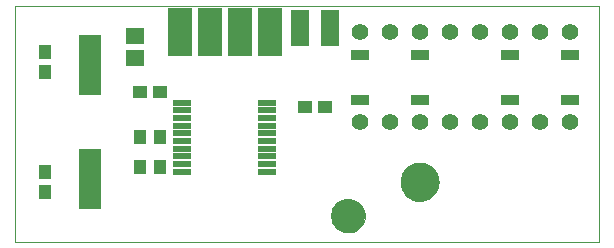
<source format=gts>
G75*
G70*
%OFA0B0*%
%FSLAX24Y24*%
%IPPOS*%
%LPD*%
%AMOC8*
5,1,8,0,0,1.08239X$1,22.5*
%
%ADD10C,0.0000*%
%ADD11C,0.1300*%
%ADD12C,0.1142*%
%ADD13C,0.0560*%
%ADD14R,0.0631X0.0197*%
%ADD15R,0.0740X0.2040*%
%ADD16R,0.0473X0.0434*%
%ADD17R,0.0631X0.0552*%
%ADD18R,0.0434X0.0473*%
%ADD19R,0.0827X0.1615*%
%ADD20R,0.0631X0.1221*%
%ADD21R,0.0640X0.0340*%
D10*
X000282Y000282D02*
X000282Y008152D01*
X019774Y008152D01*
X019774Y000282D01*
X000282Y000282D01*
X010856Y001157D02*
X010858Y001204D01*
X010864Y001250D01*
X010874Y001296D01*
X010887Y001341D01*
X010905Y001384D01*
X010926Y001426D01*
X010950Y001466D01*
X010978Y001503D01*
X011009Y001538D01*
X011043Y001571D01*
X011079Y001600D01*
X011118Y001626D01*
X011159Y001649D01*
X011202Y001668D01*
X011246Y001684D01*
X011291Y001696D01*
X011337Y001704D01*
X011384Y001708D01*
X011430Y001708D01*
X011477Y001704D01*
X011523Y001696D01*
X011568Y001684D01*
X011612Y001668D01*
X011655Y001649D01*
X011696Y001626D01*
X011735Y001600D01*
X011771Y001571D01*
X011805Y001538D01*
X011836Y001503D01*
X011864Y001466D01*
X011888Y001426D01*
X011909Y001384D01*
X011927Y001341D01*
X011940Y001296D01*
X011950Y001250D01*
X011956Y001204D01*
X011958Y001157D01*
X011956Y001110D01*
X011950Y001064D01*
X011940Y001018D01*
X011927Y000973D01*
X011909Y000930D01*
X011888Y000888D01*
X011864Y000848D01*
X011836Y000811D01*
X011805Y000776D01*
X011771Y000743D01*
X011735Y000714D01*
X011696Y000688D01*
X011655Y000665D01*
X011612Y000646D01*
X011568Y000630D01*
X011523Y000618D01*
X011477Y000610D01*
X011430Y000606D01*
X011384Y000606D01*
X011337Y000610D01*
X011291Y000618D01*
X011246Y000630D01*
X011202Y000646D01*
X011159Y000665D01*
X011118Y000688D01*
X011079Y000714D01*
X011043Y000743D01*
X011009Y000776D01*
X010978Y000811D01*
X010950Y000848D01*
X010926Y000888D01*
X010905Y000930D01*
X010887Y000973D01*
X010874Y001018D01*
X010864Y001064D01*
X010858Y001110D01*
X010856Y001157D01*
X013152Y002282D02*
X013154Y002332D01*
X013160Y002382D01*
X013170Y002431D01*
X013184Y002479D01*
X013201Y002526D01*
X013222Y002571D01*
X013247Y002615D01*
X013275Y002656D01*
X013307Y002695D01*
X013341Y002732D01*
X013378Y002766D01*
X013418Y002796D01*
X013460Y002823D01*
X013504Y002847D01*
X013550Y002868D01*
X013597Y002884D01*
X013645Y002897D01*
X013695Y002906D01*
X013744Y002911D01*
X013795Y002912D01*
X013845Y002909D01*
X013894Y002902D01*
X013943Y002891D01*
X013991Y002876D01*
X014037Y002858D01*
X014082Y002836D01*
X014125Y002810D01*
X014166Y002781D01*
X014205Y002749D01*
X014241Y002714D01*
X014273Y002676D01*
X014303Y002636D01*
X014330Y002593D01*
X014353Y002549D01*
X014372Y002503D01*
X014388Y002455D01*
X014400Y002406D01*
X014408Y002357D01*
X014412Y002307D01*
X014412Y002257D01*
X014408Y002207D01*
X014400Y002158D01*
X014388Y002109D01*
X014372Y002061D01*
X014353Y002015D01*
X014330Y001971D01*
X014303Y001928D01*
X014273Y001888D01*
X014241Y001850D01*
X014205Y001815D01*
X014166Y001783D01*
X014125Y001754D01*
X014082Y001728D01*
X014037Y001706D01*
X013991Y001688D01*
X013943Y001673D01*
X013894Y001662D01*
X013845Y001655D01*
X013795Y001652D01*
X013744Y001653D01*
X013695Y001658D01*
X013645Y001667D01*
X013597Y001680D01*
X013550Y001696D01*
X013504Y001717D01*
X013460Y001741D01*
X013418Y001768D01*
X013378Y001798D01*
X013341Y001832D01*
X013307Y001869D01*
X013275Y001908D01*
X013247Y001949D01*
X013222Y001993D01*
X013201Y002038D01*
X013184Y002085D01*
X013170Y002133D01*
X013160Y002182D01*
X013154Y002232D01*
X013152Y002282D01*
D11*
X013782Y002282D03*
D12*
X011407Y001157D03*
D13*
X011782Y004282D03*
X012782Y004282D03*
X013782Y004282D03*
X014782Y004282D03*
X015782Y004282D03*
X016782Y004282D03*
X017782Y004282D03*
X018782Y004282D03*
X018782Y007282D03*
X017782Y007282D03*
X016782Y007282D03*
X015782Y007282D03*
X014782Y007282D03*
X013782Y007282D03*
X012782Y007282D03*
X011782Y007282D03*
D14*
X008709Y004934D03*
X008709Y004678D03*
X008709Y004422D03*
X008709Y004166D03*
X008709Y003910D03*
X008709Y003654D03*
X008709Y003398D03*
X008709Y003142D03*
X008709Y002887D03*
X008709Y002631D03*
X005855Y002631D03*
X005855Y002887D03*
X005855Y003142D03*
X005855Y003398D03*
X005855Y003654D03*
X005855Y003910D03*
X005855Y004166D03*
X005855Y004422D03*
X005855Y004678D03*
X005855Y004934D03*
D15*
X002782Y006182D03*
X002782Y002382D03*
D16*
X004448Y005282D03*
X005117Y005282D03*
X009948Y004782D03*
X010617Y004782D03*
D17*
X004282Y006408D03*
X004282Y007156D03*
D18*
X001282Y006617D03*
X001282Y005948D03*
X004448Y003782D03*
X005117Y003782D03*
X005117Y002782D03*
X004448Y002782D03*
X001282Y002617D03*
X001282Y001948D03*
D19*
X005782Y007282D03*
X006782Y007282D03*
X007782Y007282D03*
X008782Y007282D03*
D20*
X009782Y007407D03*
X010782Y007407D03*
D21*
X011782Y006532D03*
X013782Y006532D03*
X016782Y006532D03*
X018782Y006532D03*
X018782Y005032D03*
X016782Y005032D03*
X013782Y005032D03*
X011782Y005032D03*
M02*

</source>
